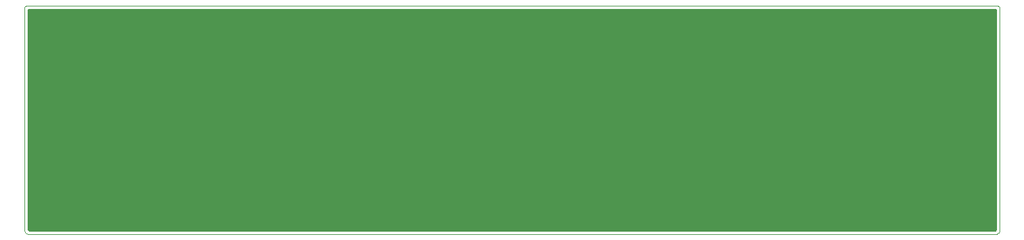
<source format=gbl>
G75*
%MOIN*%
%OFA0B0*%
%FSLAX24Y24*%
%IPPOS*%
%LPD*%
%AMOC8*
5,1,8,0,0,1.08239X$1,22.5*
%
%ADD10C,0.0000*%
%ADD11C,0.3200*%
%ADD12C,0.4000*%
%ADD13C,0.5600*%
%ADD14C,0.1660*%
%ADD15C,0.0100*%
D10*
X003510Y002393D02*
X053556Y002393D01*
X053587Y002395D01*
X053617Y002400D01*
X053646Y002410D01*
X053675Y002422D01*
X053701Y002438D01*
X053725Y002457D01*
X053747Y002479D01*
X053766Y002503D01*
X053782Y002529D01*
X053794Y002558D01*
X053804Y002587D01*
X053809Y002617D01*
X053811Y002648D01*
X053811Y014133D01*
X053809Y014153D01*
X053805Y014172D01*
X053797Y014191D01*
X053787Y014208D01*
X053774Y014223D01*
X053759Y014236D01*
X053742Y014246D01*
X053723Y014254D01*
X053704Y014258D01*
X053684Y014260D01*
X053684Y014259D02*
X003376Y014259D01*
X003356Y014257D01*
X003336Y014252D01*
X003318Y014243D01*
X003301Y014232D01*
X003287Y014218D01*
X003276Y014201D01*
X003267Y014183D01*
X003262Y014163D01*
X003260Y014143D01*
X003260Y002643D01*
X003262Y002613D01*
X003267Y002583D01*
X003276Y002554D01*
X003289Y002527D01*
X003304Y002501D01*
X003323Y002477D01*
X003344Y002456D01*
X003368Y002437D01*
X003394Y002422D01*
X003421Y002409D01*
X003450Y002400D01*
X003480Y002395D01*
X003510Y002393D01*
D11*
X011535Y005570D03*
X016035Y005570D03*
D12*
X025035Y008326D03*
D13*
X035535Y008326D03*
X043535Y008326D03*
D14*
X052630Y006156D02*
X052630Y004496D01*
X004441Y004496D02*
X004441Y006156D01*
D15*
X003470Y006136D02*
X053601Y006136D01*
X053601Y006038D02*
X003470Y006038D01*
X003470Y005939D02*
X053601Y005939D01*
X053601Y005841D02*
X003470Y005841D01*
X003470Y005742D02*
X053601Y005742D01*
X053601Y005644D02*
X003470Y005644D01*
X003470Y005545D02*
X053601Y005545D01*
X053601Y005447D02*
X003470Y005447D01*
X003470Y005348D02*
X053601Y005348D01*
X053601Y005250D02*
X003470Y005250D01*
X003470Y005151D02*
X053601Y005151D01*
X053601Y005053D02*
X003470Y005053D01*
X003470Y004954D02*
X053601Y004954D01*
X053601Y004856D02*
X003470Y004856D01*
X003470Y004757D02*
X053601Y004757D01*
X053601Y004659D02*
X003470Y004659D01*
X003470Y004560D02*
X053601Y004560D01*
X053601Y004462D02*
X003470Y004462D01*
X003470Y004363D02*
X053601Y004363D01*
X053601Y004265D02*
X003470Y004265D01*
X003470Y004166D02*
X053601Y004166D01*
X053601Y004068D02*
X003470Y004068D01*
X003470Y003969D02*
X053601Y003969D01*
X053601Y003871D02*
X003470Y003871D01*
X003470Y003772D02*
X053601Y003772D01*
X053601Y003674D02*
X003470Y003674D01*
X003470Y003575D02*
X053601Y003575D01*
X053601Y003477D02*
X003470Y003477D01*
X003470Y003378D02*
X053601Y003378D01*
X053601Y003280D02*
X003470Y003280D01*
X003470Y003181D02*
X053601Y003181D01*
X053601Y003083D02*
X003470Y003083D01*
X003470Y002984D02*
X053601Y002984D01*
X053601Y002886D02*
X003470Y002886D01*
X003470Y002787D02*
X053601Y002787D01*
X053601Y002689D02*
X003470Y002689D01*
X003470Y002643D02*
X003470Y014049D01*
X053601Y014049D01*
X053601Y002648D01*
X053599Y002637D01*
X053587Y002617D01*
X053567Y002605D01*
X053556Y002603D01*
X003510Y002603D01*
X003499Y002605D01*
X003481Y002615D01*
X003471Y002633D01*
X003470Y002643D01*
X003470Y006235D02*
X053601Y006235D01*
X053601Y006333D02*
X003470Y006333D01*
X003470Y006432D02*
X053601Y006432D01*
X053601Y006530D02*
X003470Y006530D01*
X003470Y006629D02*
X053601Y006629D01*
X053601Y006727D02*
X003470Y006727D01*
X003470Y006826D02*
X053601Y006826D01*
X053601Y006924D02*
X003470Y006924D01*
X003470Y007023D02*
X053601Y007023D01*
X053601Y007121D02*
X003470Y007121D01*
X003470Y007220D02*
X053601Y007220D01*
X053601Y007318D02*
X003470Y007318D01*
X003470Y007417D02*
X053601Y007417D01*
X053601Y007515D02*
X003470Y007515D01*
X003470Y007614D02*
X053601Y007614D01*
X053601Y007712D02*
X003470Y007712D01*
X003470Y007811D02*
X053601Y007811D01*
X053601Y007909D02*
X003470Y007909D01*
X003470Y008008D02*
X053601Y008008D01*
X053601Y008106D02*
X003470Y008106D01*
X003470Y008205D02*
X053601Y008205D01*
X053601Y008303D02*
X003470Y008303D01*
X003470Y008402D02*
X053601Y008402D01*
X053601Y008500D02*
X003470Y008500D01*
X003470Y008599D02*
X053601Y008599D01*
X053601Y008697D02*
X003470Y008697D01*
X003470Y008796D02*
X053601Y008796D01*
X053601Y008894D02*
X003470Y008894D01*
X003470Y008993D02*
X053601Y008993D01*
X053601Y009091D02*
X003470Y009091D01*
X003470Y009190D02*
X053601Y009190D01*
X053601Y009288D02*
X003470Y009288D01*
X003470Y009387D02*
X053601Y009387D01*
X053601Y009485D02*
X003470Y009485D01*
X003470Y009584D02*
X053601Y009584D01*
X053601Y009682D02*
X003470Y009682D01*
X003470Y009781D02*
X053601Y009781D01*
X053601Y009879D02*
X003470Y009879D01*
X003470Y009978D02*
X053601Y009978D01*
X053601Y010076D02*
X003470Y010076D01*
X003470Y010175D02*
X053601Y010175D01*
X053601Y010273D02*
X003470Y010273D01*
X003470Y010372D02*
X053601Y010372D01*
X053601Y010470D02*
X003470Y010470D01*
X003470Y010569D02*
X053601Y010569D01*
X053601Y010667D02*
X003470Y010667D01*
X003470Y010766D02*
X053601Y010766D01*
X053601Y010864D02*
X003470Y010864D01*
X003470Y010963D02*
X053601Y010963D01*
X053601Y011061D02*
X003470Y011061D01*
X003470Y011160D02*
X053601Y011160D01*
X053601Y011258D02*
X003470Y011258D01*
X003470Y011357D02*
X053601Y011357D01*
X053601Y011455D02*
X003470Y011455D01*
X003470Y011554D02*
X053601Y011554D01*
X053601Y011652D02*
X003470Y011652D01*
X003470Y011751D02*
X053601Y011751D01*
X053601Y011849D02*
X003470Y011849D01*
X003470Y011948D02*
X053601Y011948D01*
X053601Y012046D02*
X003470Y012046D01*
X003470Y012145D02*
X053601Y012145D01*
X053601Y012243D02*
X003470Y012243D01*
X003470Y012342D02*
X053601Y012342D01*
X053601Y012440D02*
X003470Y012440D01*
X003470Y012539D02*
X053601Y012539D01*
X053601Y012637D02*
X003470Y012637D01*
X003470Y012736D02*
X053601Y012736D01*
X053601Y012834D02*
X003470Y012834D01*
X003470Y012933D02*
X053601Y012933D01*
X053601Y013031D02*
X003470Y013031D01*
X003470Y013130D02*
X053601Y013130D01*
X053601Y013228D02*
X003470Y013228D01*
X003470Y013327D02*
X053601Y013327D01*
X053601Y013425D02*
X003470Y013425D01*
X003470Y013524D02*
X053601Y013524D01*
X053601Y013622D02*
X003470Y013622D01*
X003470Y013721D02*
X053601Y013721D01*
X053601Y013819D02*
X003470Y013819D01*
X003470Y013918D02*
X053601Y013918D01*
X053601Y014016D02*
X003470Y014016D01*
M02*

</source>
